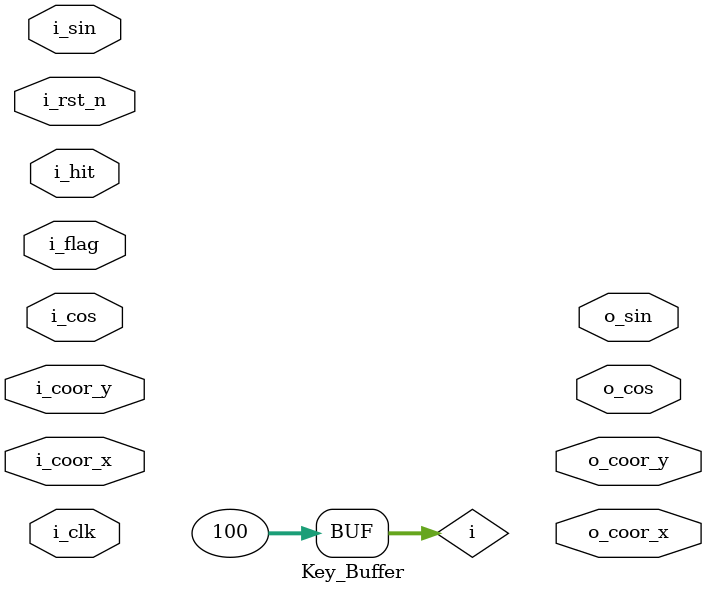
<source format=v>
module Key_Buffer
#(
    parameter SIZE = 12'd100   
)
(
    input           i_clk,
    input           i_rst_n,
    input           i_flag,
    input           i_hit,

    input [11:0]    i_sin,
    input [11:0]    i_cos,
    input [9:0]     i_coor_x, 
    input [9:0]     i_coor_y, 

    output [11:0]    o_sin,
    output [11:0]    o_cos,
    output [9:0]     o_coor_x, 
    output [9:0]     o_coor_y, 
);
    integer i;
    reg [9:0] coor_x_w [0:SIZE], coor_x_r[0:SIZE];
    reg [9:0] coor_y_w [0:SIZE], coor_y_r[0:SIZE];
    reg [9:0] sin_w [0:SIZE], sin_r[0:SIZE];
    reg [9:0] cos_w [0:SIZE], cos_r[0:SIZE];
    
    reg [9:0] count_r, count_w;

    always@(*) begin
        // default
        count_w = count_r;
        for(i = 0; i < SIZE; i = i+1) begin
            coor_x_w[i] = coor_x_r[i];
            coor_y_w[i] = coor_y_r[i];
            sin_w[i] = sin_r[i];
            cos_w[i] = cos_r[i];
        end

        // hit -> move elements in buffer forward
        if(i_hit) begin
            for(i = 1; i < SIZE; i = i+1) begin
                coor_x_w[i] = coor_x_r[i-1];
                coor_y_w[i] = coor_y_r[i-1];
                sin_w[i] = sin_r[i-1];
                cos_w[i] = cos_r[i-1];
            end
            coor_x_w[SIZE-1] = 0;
            coor_y_w[SIZE-1] = 0;
            sin_w[SIZE-1] = 0;
            cos_w[SIZE-1] = 0;
        end
        // flag -> put the input in backmost position
        if(i_flag) begin
            if(!i_hit) begin
                coor_x_w[count_r] = i_coor_x;
                coor_y_w[count_r] = i_coor_y;
                sin_w[count_r] = i_sin;
                cos_w[count_r] = i_cos;
                count_w = count_r != 99 ? count_r + 1 : count_r;
            end
            else begin
                coor_x_w[count_r-1] = i_coor_x;
                coor_y_w[count_r-1] = i_coor_y;
                sin_w[count_r-1] = i_sin;
                cos_w[count_r-1] = i_cos;
            end
        end
    end

    always@(posedge i_clk or negedge i_rst_n) begin
        if(!i_rst_n) begin
            for(i = 0; i < SIZE; i = i+1) begin
                coor_x_r[i] <= 0;
                coor_y_r[i] <= 0;
                sin_r[i] <= 0;
                cos_r[i] <= 0;
            end
            count_r <= 0;
        end
        else begin
            for(i = 0; i < SIZE; i = i+1) begin
                coor_x_r[i] <= coor_x_w[i];
                coor_y_r[i] <= coor_y_w[i];
                sin_r[i] <= sin_w[i];
                cos_r[i] <= cos_w[i];
            end
            count_r <= count_w;
        end
    end


endmodule
</source>
